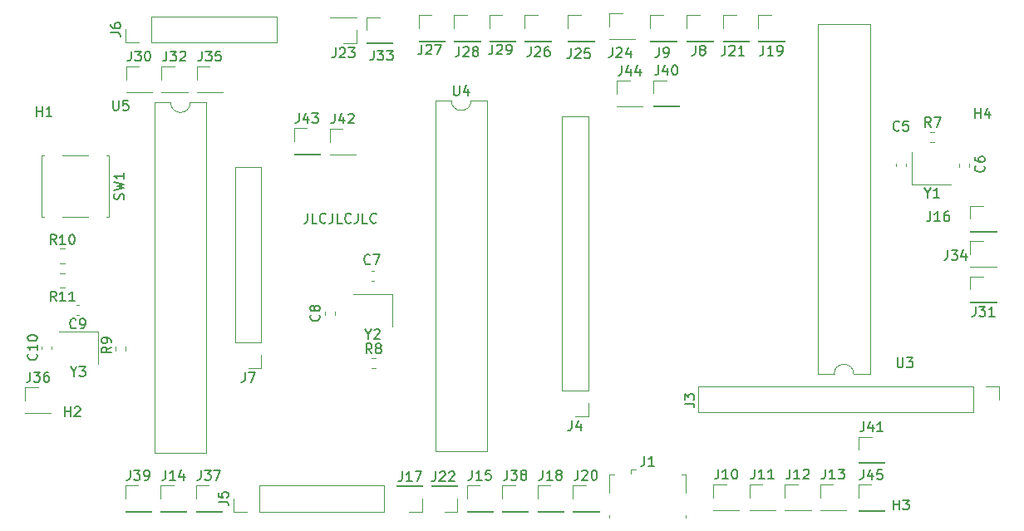
<source format=gbr>
%TF.GenerationSoftware,KiCad,Pcbnew,(6.0.2)*%
%TF.CreationDate,2022-03-17T15:01:17+00:00*%
%TF.ProjectId,PROJ324-Ard1,50524f4a-3332-4342-9d41-7264312e6b69,rev?*%
%TF.SameCoordinates,Original*%
%TF.FileFunction,Legend,Top*%
%TF.FilePolarity,Positive*%
%FSLAX46Y46*%
G04 Gerber Fmt 4.6, Leading zero omitted, Abs format (unit mm)*
G04 Created by KiCad (PCBNEW (6.0.2)) date 2022-03-17 15:01:17*
%MOMM*%
%LPD*%
G01*
G04 APERTURE LIST*
%ADD10C,0.150000*%
%ADD11C,0.120000*%
G04 APERTURE END LIST*
D10*
X177356666Y-54052380D02*
X177356666Y-54766666D01*
X177309047Y-54909523D01*
X177213809Y-55004761D01*
X177070952Y-55052380D01*
X176975714Y-55052380D01*
X178309047Y-55052380D02*
X177832857Y-55052380D01*
X177832857Y-54052380D01*
X179213809Y-54957142D02*
X179166190Y-55004761D01*
X179023333Y-55052380D01*
X178928095Y-55052380D01*
X178785238Y-55004761D01*
X178690000Y-54909523D01*
X178642380Y-54814285D01*
X178594761Y-54623809D01*
X178594761Y-54480952D01*
X178642380Y-54290476D01*
X178690000Y-54195238D01*
X178785238Y-54100000D01*
X178928095Y-54052380D01*
X179023333Y-54052380D01*
X179166190Y-54100000D01*
X179213809Y-54147619D01*
X179928095Y-54052380D02*
X179928095Y-54766666D01*
X179880476Y-54909523D01*
X179785238Y-55004761D01*
X179642380Y-55052380D01*
X179547142Y-55052380D01*
X180880476Y-55052380D02*
X180404285Y-55052380D01*
X180404285Y-54052380D01*
X181785238Y-54957142D02*
X181737619Y-55004761D01*
X181594761Y-55052380D01*
X181499523Y-55052380D01*
X181356666Y-55004761D01*
X181261428Y-54909523D01*
X181213809Y-54814285D01*
X181166190Y-54623809D01*
X181166190Y-54480952D01*
X181213809Y-54290476D01*
X181261428Y-54195238D01*
X181356666Y-54100000D01*
X181499523Y-54052380D01*
X181594761Y-54052380D01*
X181737619Y-54100000D01*
X181785238Y-54147619D01*
X182499523Y-54052380D02*
X182499523Y-54766666D01*
X182451904Y-54909523D01*
X182356666Y-55004761D01*
X182213809Y-55052380D01*
X182118571Y-55052380D01*
X183451904Y-55052380D02*
X182975714Y-55052380D01*
X182975714Y-54052380D01*
X184356666Y-54957142D02*
X184309047Y-55004761D01*
X184166190Y-55052380D01*
X184070952Y-55052380D01*
X183928095Y-55004761D01*
X183832857Y-54909523D01*
X183785238Y-54814285D01*
X183737619Y-54623809D01*
X183737619Y-54480952D01*
X183785238Y-54290476D01*
X183832857Y-54195238D01*
X183928095Y-54100000D01*
X184070952Y-54052380D01*
X184166190Y-54052380D01*
X184309047Y-54100000D01*
X184356666Y-54147619D01*
%TO.C,J33*%
X184090476Y-37452380D02*
X184090476Y-38166666D01*
X184042857Y-38309523D01*
X183947619Y-38404761D01*
X183804761Y-38452380D01*
X183709523Y-38452380D01*
X184471428Y-37452380D02*
X185090476Y-37452380D01*
X184757142Y-37833333D01*
X184900000Y-37833333D01*
X184995238Y-37880952D01*
X185042857Y-37928571D01*
X185090476Y-38023809D01*
X185090476Y-38261904D01*
X185042857Y-38357142D01*
X184995238Y-38404761D01*
X184900000Y-38452380D01*
X184614285Y-38452380D01*
X184519047Y-38404761D01*
X184471428Y-38357142D01*
X185423809Y-37452380D02*
X186042857Y-37452380D01*
X185709523Y-37833333D01*
X185852380Y-37833333D01*
X185947619Y-37880952D01*
X185995238Y-37928571D01*
X186042857Y-38023809D01*
X186042857Y-38261904D01*
X185995238Y-38357142D01*
X185947619Y-38404761D01*
X185852380Y-38452380D01*
X185566666Y-38452380D01*
X185471428Y-38404761D01*
X185423809Y-38357142D01*
%TO.C,J44*%
X209360476Y-38982380D02*
X209360476Y-39696666D01*
X209312857Y-39839523D01*
X209217619Y-39934761D01*
X209074761Y-39982380D01*
X208979523Y-39982380D01*
X210265238Y-39315714D02*
X210265238Y-39982380D01*
X210027142Y-38934761D02*
X209789047Y-39649047D01*
X210408095Y-39649047D01*
X211217619Y-39315714D02*
X211217619Y-39982380D01*
X210979523Y-38934761D02*
X210741428Y-39649047D01*
X211360476Y-39649047D01*
%TO.C,J21*%
X219890476Y-36952380D02*
X219890476Y-37666666D01*
X219842857Y-37809523D01*
X219747619Y-37904761D01*
X219604761Y-37952380D01*
X219509523Y-37952380D01*
X220319047Y-37047619D02*
X220366666Y-37000000D01*
X220461904Y-36952380D01*
X220700000Y-36952380D01*
X220795238Y-37000000D01*
X220842857Y-37047619D01*
X220890476Y-37142857D01*
X220890476Y-37238095D01*
X220842857Y-37380952D01*
X220271428Y-37952380D01*
X220890476Y-37952380D01*
X221842857Y-37952380D02*
X221271428Y-37952380D01*
X221557142Y-37952380D02*
X221557142Y-36952380D01*
X221461904Y-37095238D01*
X221366666Y-37190476D01*
X221271428Y-37238095D01*
%TO.C,R10*%
X151744642Y-57202380D02*
X151411309Y-56726190D01*
X151173214Y-57202380D02*
X151173214Y-56202380D01*
X151554166Y-56202380D01*
X151649404Y-56250000D01*
X151697023Y-56297619D01*
X151744642Y-56392857D01*
X151744642Y-56535714D01*
X151697023Y-56630952D01*
X151649404Y-56678571D01*
X151554166Y-56726190D01*
X151173214Y-56726190D01*
X152697023Y-57202380D02*
X152125595Y-57202380D01*
X152411309Y-57202380D02*
X152411309Y-56202380D01*
X152316071Y-56345238D01*
X152220833Y-56440476D01*
X152125595Y-56488095D01*
X153316071Y-56202380D02*
X153411309Y-56202380D01*
X153506547Y-56250000D01*
X153554166Y-56297619D01*
X153601785Y-56392857D01*
X153649404Y-56583333D01*
X153649404Y-56821428D01*
X153601785Y-57011904D01*
X153554166Y-57107142D01*
X153506547Y-57154761D01*
X153411309Y-57202380D01*
X153316071Y-57202380D01*
X153220833Y-57154761D01*
X153173214Y-57107142D01*
X153125595Y-57011904D01*
X153077976Y-56821428D01*
X153077976Y-56583333D01*
X153125595Y-56392857D01*
X153173214Y-56297619D01*
X153220833Y-56250000D01*
X153316071Y-56202380D01*
%TO.C,J27*%
X188990476Y-36852380D02*
X188990476Y-37566666D01*
X188942857Y-37709523D01*
X188847619Y-37804761D01*
X188704761Y-37852380D01*
X188609523Y-37852380D01*
X189419047Y-36947619D02*
X189466666Y-36900000D01*
X189561904Y-36852380D01*
X189800000Y-36852380D01*
X189895238Y-36900000D01*
X189942857Y-36947619D01*
X189990476Y-37042857D01*
X189990476Y-37138095D01*
X189942857Y-37280952D01*
X189371428Y-37852380D01*
X189990476Y-37852380D01*
X190323809Y-36852380D02*
X190990476Y-36852380D01*
X190561904Y-37852380D01*
%TO.C,J12*%
X226490476Y-80122380D02*
X226490476Y-80836666D01*
X226442857Y-80979523D01*
X226347619Y-81074761D01*
X226204761Y-81122380D01*
X226109523Y-81122380D01*
X227490476Y-81122380D02*
X226919047Y-81122380D01*
X227204761Y-81122380D02*
X227204761Y-80122380D01*
X227109523Y-80265238D01*
X227014285Y-80360476D01*
X226919047Y-80408095D01*
X227871428Y-80217619D02*
X227919047Y-80170000D01*
X228014285Y-80122380D01*
X228252380Y-80122380D01*
X228347619Y-80170000D01*
X228395238Y-80217619D01*
X228442857Y-80312857D01*
X228442857Y-80408095D01*
X228395238Y-80550952D01*
X227823809Y-81122380D01*
X228442857Y-81122380D01*
%TO.C,J20*%
X204890476Y-80222380D02*
X204890476Y-80936666D01*
X204842857Y-81079523D01*
X204747619Y-81174761D01*
X204604761Y-81222380D01*
X204509523Y-81222380D01*
X205319047Y-80317619D02*
X205366666Y-80270000D01*
X205461904Y-80222380D01*
X205700000Y-80222380D01*
X205795238Y-80270000D01*
X205842857Y-80317619D01*
X205890476Y-80412857D01*
X205890476Y-80508095D01*
X205842857Y-80650952D01*
X205271428Y-81222380D01*
X205890476Y-81222380D01*
X206509523Y-80222380D02*
X206604761Y-80222380D01*
X206700000Y-80270000D01*
X206747619Y-80317619D01*
X206795238Y-80412857D01*
X206842857Y-80603333D01*
X206842857Y-80841428D01*
X206795238Y-81031904D01*
X206747619Y-81127142D01*
X206700000Y-81174761D01*
X206604761Y-81222380D01*
X206509523Y-81222380D01*
X206414285Y-81174761D01*
X206366666Y-81127142D01*
X206319047Y-81031904D01*
X206271428Y-80841428D01*
X206271428Y-80603333D01*
X206319047Y-80412857D01*
X206366666Y-80317619D01*
X206414285Y-80270000D01*
X206509523Y-80222380D01*
%TO.C,J1*%
X211676666Y-78769880D02*
X211676666Y-79484166D01*
X211629047Y-79627023D01*
X211533809Y-79722261D01*
X211390952Y-79769880D01*
X211295714Y-79769880D01*
X212676666Y-79769880D02*
X212105238Y-79769880D01*
X212390952Y-79769880D02*
X212390952Y-78769880D01*
X212295714Y-78912738D01*
X212200476Y-79007976D01*
X212105238Y-79055595D01*
%TO.C,J45*%
X233970476Y-80162380D02*
X233970476Y-80876666D01*
X233922857Y-81019523D01*
X233827619Y-81114761D01*
X233684761Y-81162380D01*
X233589523Y-81162380D01*
X234875238Y-80495714D02*
X234875238Y-81162380D01*
X234637142Y-80114761D02*
X234399047Y-80829047D01*
X235018095Y-80829047D01*
X235875238Y-80162380D02*
X235399047Y-80162380D01*
X235351428Y-80638571D01*
X235399047Y-80590952D01*
X235494285Y-80543333D01*
X235732380Y-80543333D01*
X235827619Y-80590952D01*
X235875238Y-80638571D01*
X235922857Y-80733809D01*
X235922857Y-80971904D01*
X235875238Y-81067142D01*
X235827619Y-81114761D01*
X235732380Y-81162380D01*
X235494285Y-81162380D01*
X235399047Y-81114761D01*
X235351428Y-81067142D01*
%TO.C,J38*%
X197690476Y-80222380D02*
X197690476Y-80936666D01*
X197642857Y-81079523D01*
X197547619Y-81174761D01*
X197404761Y-81222380D01*
X197309523Y-81222380D01*
X198071428Y-80222380D02*
X198690476Y-80222380D01*
X198357142Y-80603333D01*
X198500000Y-80603333D01*
X198595238Y-80650952D01*
X198642857Y-80698571D01*
X198690476Y-80793809D01*
X198690476Y-81031904D01*
X198642857Y-81127142D01*
X198595238Y-81174761D01*
X198500000Y-81222380D01*
X198214285Y-81222380D01*
X198119047Y-81174761D01*
X198071428Y-81127142D01*
X199261904Y-80650952D02*
X199166666Y-80603333D01*
X199119047Y-80555714D01*
X199071428Y-80460476D01*
X199071428Y-80412857D01*
X199119047Y-80317619D01*
X199166666Y-80270000D01*
X199261904Y-80222380D01*
X199452380Y-80222380D01*
X199547619Y-80270000D01*
X199595238Y-80317619D01*
X199642857Y-80412857D01*
X199642857Y-80460476D01*
X199595238Y-80555714D01*
X199547619Y-80603333D01*
X199452380Y-80650952D01*
X199261904Y-80650952D01*
X199166666Y-80698571D01*
X199119047Y-80746190D01*
X199071428Y-80841428D01*
X199071428Y-81031904D01*
X199119047Y-81127142D01*
X199166666Y-81174761D01*
X199261904Y-81222380D01*
X199452380Y-81222380D01*
X199547619Y-81174761D01*
X199595238Y-81127142D01*
X199642857Y-81031904D01*
X199642857Y-80841428D01*
X199595238Y-80746190D01*
X199547619Y-80698571D01*
X199452380Y-80650952D01*
%TO.C,Y2*%
X183523809Y-66376190D02*
X183523809Y-66852380D01*
X183190476Y-65852380D02*
X183523809Y-66376190D01*
X183857142Y-65852380D01*
X184142857Y-65947619D02*
X184190476Y-65900000D01*
X184285714Y-65852380D01*
X184523809Y-65852380D01*
X184619047Y-65900000D01*
X184666666Y-65947619D01*
X184714285Y-66042857D01*
X184714285Y-66138095D01*
X184666666Y-66280952D01*
X184095238Y-66852380D01*
X184714285Y-66852380D01*
%TO.C,J40*%
X213090476Y-38952380D02*
X213090476Y-39666666D01*
X213042857Y-39809523D01*
X212947619Y-39904761D01*
X212804761Y-39952380D01*
X212709523Y-39952380D01*
X213995238Y-39285714D02*
X213995238Y-39952380D01*
X213757142Y-38904761D02*
X213519047Y-39619047D01*
X214138095Y-39619047D01*
X214709523Y-38952380D02*
X214804761Y-38952380D01*
X214900000Y-39000000D01*
X214947619Y-39047619D01*
X214995238Y-39142857D01*
X215042857Y-39333333D01*
X215042857Y-39571428D01*
X214995238Y-39761904D01*
X214947619Y-39857142D01*
X214900000Y-39904761D01*
X214804761Y-39952380D01*
X214709523Y-39952380D01*
X214614285Y-39904761D01*
X214566666Y-39857142D01*
X214519047Y-39761904D01*
X214471428Y-39571428D01*
X214471428Y-39333333D01*
X214519047Y-39142857D01*
X214566666Y-39047619D01*
X214614285Y-39000000D01*
X214709523Y-38952380D01*
%TO.C,J18*%
X201290476Y-80222380D02*
X201290476Y-80936666D01*
X201242857Y-81079523D01*
X201147619Y-81174761D01*
X201004761Y-81222380D01*
X200909523Y-81222380D01*
X202290476Y-81222380D02*
X201719047Y-81222380D01*
X202004761Y-81222380D02*
X202004761Y-80222380D01*
X201909523Y-80365238D01*
X201814285Y-80460476D01*
X201719047Y-80508095D01*
X202861904Y-80650952D02*
X202766666Y-80603333D01*
X202719047Y-80555714D01*
X202671428Y-80460476D01*
X202671428Y-80412857D01*
X202719047Y-80317619D01*
X202766666Y-80270000D01*
X202861904Y-80222380D01*
X203052380Y-80222380D01*
X203147619Y-80270000D01*
X203195238Y-80317619D01*
X203242857Y-80412857D01*
X203242857Y-80460476D01*
X203195238Y-80555714D01*
X203147619Y-80603333D01*
X203052380Y-80650952D01*
X202861904Y-80650952D01*
X202766666Y-80698571D01*
X202719047Y-80746190D01*
X202671428Y-80841428D01*
X202671428Y-81031904D01*
X202719047Y-81127142D01*
X202766666Y-81174761D01*
X202861904Y-81222380D01*
X203052380Y-81222380D01*
X203147619Y-81174761D01*
X203195238Y-81127142D01*
X203242857Y-81031904D01*
X203242857Y-80841428D01*
X203195238Y-80746190D01*
X203147619Y-80698571D01*
X203052380Y-80650952D01*
%TO.C,J24*%
X208390476Y-37152380D02*
X208390476Y-37866666D01*
X208342857Y-38009523D01*
X208247619Y-38104761D01*
X208104761Y-38152380D01*
X208009523Y-38152380D01*
X208819047Y-37247619D02*
X208866666Y-37200000D01*
X208961904Y-37152380D01*
X209200000Y-37152380D01*
X209295238Y-37200000D01*
X209342857Y-37247619D01*
X209390476Y-37342857D01*
X209390476Y-37438095D01*
X209342857Y-37580952D01*
X208771428Y-38152380D01*
X209390476Y-38152380D01*
X210247619Y-37485714D02*
X210247619Y-38152380D01*
X210009523Y-37104761D02*
X209771428Y-37819047D01*
X210390476Y-37819047D01*
%TO.C,J32*%
X162990476Y-37522380D02*
X162990476Y-38236666D01*
X162942857Y-38379523D01*
X162847619Y-38474761D01*
X162704761Y-38522380D01*
X162609523Y-38522380D01*
X163371428Y-37522380D02*
X163990476Y-37522380D01*
X163657142Y-37903333D01*
X163800000Y-37903333D01*
X163895238Y-37950952D01*
X163942857Y-37998571D01*
X163990476Y-38093809D01*
X163990476Y-38331904D01*
X163942857Y-38427142D01*
X163895238Y-38474761D01*
X163800000Y-38522380D01*
X163514285Y-38522380D01*
X163419047Y-38474761D01*
X163371428Y-38427142D01*
X164371428Y-37617619D02*
X164419047Y-37570000D01*
X164514285Y-37522380D01*
X164752380Y-37522380D01*
X164847619Y-37570000D01*
X164895238Y-37617619D01*
X164942857Y-37712857D01*
X164942857Y-37808095D01*
X164895238Y-37950952D01*
X164323809Y-38522380D01*
X164942857Y-38522380D01*
%TO.C,J22*%
X190390476Y-80352380D02*
X190390476Y-81066666D01*
X190342857Y-81209523D01*
X190247619Y-81304761D01*
X190104761Y-81352380D01*
X190009523Y-81352380D01*
X190819047Y-80447619D02*
X190866666Y-80400000D01*
X190961904Y-80352380D01*
X191200000Y-80352380D01*
X191295238Y-80400000D01*
X191342857Y-80447619D01*
X191390476Y-80542857D01*
X191390476Y-80638095D01*
X191342857Y-80780952D01*
X190771428Y-81352380D01*
X191390476Y-81352380D01*
X191771428Y-80447619D02*
X191819047Y-80400000D01*
X191914285Y-80352380D01*
X192152380Y-80352380D01*
X192247619Y-80400000D01*
X192295238Y-80447619D01*
X192342857Y-80542857D01*
X192342857Y-80638095D01*
X192295238Y-80780952D01*
X191723809Y-81352380D01*
X192342857Y-81352380D01*
%TO.C,J9*%
X213166666Y-37152380D02*
X213166666Y-37866666D01*
X213119047Y-38009523D01*
X213023809Y-38104761D01*
X212880952Y-38152380D01*
X212785714Y-38152380D01*
X213690476Y-38152380D02*
X213880952Y-38152380D01*
X213976190Y-38104761D01*
X214023809Y-38057142D01*
X214119047Y-37914285D01*
X214166666Y-37723809D01*
X214166666Y-37342857D01*
X214119047Y-37247619D01*
X214071428Y-37200000D01*
X213976190Y-37152380D01*
X213785714Y-37152380D01*
X213690476Y-37200000D01*
X213642857Y-37247619D01*
X213595238Y-37342857D01*
X213595238Y-37580952D01*
X213642857Y-37676190D01*
X213690476Y-37723809D01*
X213785714Y-37771428D01*
X213976190Y-37771428D01*
X214071428Y-37723809D01*
X214119047Y-37676190D01*
X214166666Y-37580952D01*
%TO.C,J26*%
X200090476Y-37052380D02*
X200090476Y-37766666D01*
X200042857Y-37909523D01*
X199947619Y-38004761D01*
X199804761Y-38052380D01*
X199709523Y-38052380D01*
X200519047Y-37147619D02*
X200566666Y-37100000D01*
X200661904Y-37052380D01*
X200900000Y-37052380D01*
X200995238Y-37100000D01*
X201042857Y-37147619D01*
X201090476Y-37242857D01*
X201090476Y-37338095D01*
X201042857Y-37480952D01*
X200471428Y-38052380D01*
X201090476Y-38052380D01*
X201947619Y-37052380D02*
X201757142Y-37052380D01*
X201661904Y-37100000D01*
X201614285Y-37147619D01*
X201519047Y-37290476D01*
X201471428Y-37480952D01*
X201471428Y-37861904D01*
X201519047Y-37957142D01*
X201566666Y-38004761D01*
X201661904Y-38052380D01*
X201852380Y-38052380D01*
X201947619Y-38004761D01*
X201995238Y-37957142D01*
X202042857Y-37861904D01*
X202042857Y-37623809D01*
X201995238Y-37528571D01*
X201947619Y-37480952D01*
X201852380Y-37433333D01*
X201661904Y-37433333D01*
X201566666Y-37480952D01*
X201519047Y-37528571D01*
X201471428Y-37623809D01*
%TO.C,J30*%
X159390476Y-37522380D02*
X159390476Y-38236666D01*
X159342857Y-38379523D01*
X159247619Y-38474761D01*
X159104761Y-38522380D01*
X159009523Y-38522380D01*
X159771428Y-37522380D02*
X160390476Y-37522380D01*
X160057142Y-37903333D01*
X160200000Y-37903333D01*
X160295238Y-37950952D01*
X160342857Y-37998571D01*
X160390476Y-38093809D01*
X160390476Y-38331904D01*
X160342857Y-38427142D01*
X160295238Y-38474761D01*
X160200000Y-38522380D01*
X159914285Y-38522380D01*
X159819047Y-38474761D01*
X159771428Y-38427142D01*
X161009523Y-37522380D02*
X161104761Y-37522380D01*
X161200000Y-37570000D01*
X161247619Y-37617619D01*
X161295238Y-37712857D01*
X161342857Y-37903333D01*
X161342857Y-38141428D01*
X161295238Y-38331904D01*
X161247619Y-38427142D01*
X161200000Y-38474761D01*
X161104761Y-38522380D01*
X161009523Y-38522380D01*
X160914285Y-38474761D01*
X160866666Y-38427142D01*
X160819047Y-38331904D01*
X160771428Y-38141428D01*
X160771428Y-37903333D01*
X160819047Y-37712857D01*
X160866666Y-37617619D01*
X160914285Y-37570000D01*
X161009523Y-37522380D01*
%TO.C,J4*%
X204266666Y-75182380D02*
X204266666Y-75896666D01*
X204219047Y-76039523D01*
X204123809Y-76134761D01*
X203980952Y-76182380D01*
X203885714Y-76182380D01*
X205171428Y-75515714D02*
X205171428Y-76182380D01*
X204933333Y-75134761D02*
X204695238Y-75849047D01*
X205314285Y-75849047D01*
%TO.C,C6*%
X246237142Y-49206666D02*
X246284761Y-49254285D01*
X246332380Y-49397142D01*
X246332380Y-49492380D01*
X246284761Y-49635238D01*
X246189523Y-49730476D01*
X246094285Y-49778095D01*
X245903809Y-49825714D01*
X245760952Y-49825714D01*
X245570476Y-49778095D01*
X245475238Y-49730476D01*
X245380000Y-49635238D01*
X245332380Y-49492380D01*
X245332380Y-49397142D01*
X245380000Y-49254285D01*
X245427619Y-49206666D01*
X245332380Y-48349523D02*
X245332380Y-48540000D01*
X245380000Y-48635238D01*
X245427619Y-48682857D01*
X245570476Y-48778095D01*
X245760952Y-48825714D01*
X246141904Y-48825714D01*
X246237142Y-48778095D01*
X246284761Y-48730476D01*
X246332380Y-48635238D01*
X246332380Y-48444761D01*
X246284761Y-48349523D01*
X246237142Y-48301904D01*
X246141904Y-48254285D01*
X245903809Y-48254285D01*
X245808571Y-48301904D01*
X245760952Y-48349523D01*
X245713333Y-48444761D01*
X245713333Y-48635238D01*
X245760952Y-48730476D01*
X245808571Y-48778095D01*
X245903809Y-48825714D01*
%TO.C,J16*%
X240790476Y-53852380D02*
X240790476Y-54566666D01*
X240742857Y-54709523D01*
X240647619Y-54804761D01*
X240504761Y-54852380D01*
X240409523Y-54852380D01*
X241790476Y-54852380D02*
X241219047Y-54852380D01*
X241504761Y-54852380D02*
X241504761Y-53852380D01*
X241409523Y-53995238D01*
X241314285Y-54090476D01*
X241219047Y-54138095D01*
X242647619Y-53852380D02*
X242457142Y-53852380D01*
X242361904Y-53900000D01*
X242314285Y-53947619D01*
X242219047Y-54090476D01*
X242171428Y-54280952D01*
X242171428Y-54661904D01*
X242219047Y-54757142D01*
X242266666Y-54804761D01*
X242361904Y-54852380D01*
X242552380Y-54852380D01*
X242647619Y-54804761D01*
X242695238Y-54757142D01*
X242742857Y-54661904D01*
X242742857Y-54423809D01*
X242695238Y-54328571D01*
X242647619Y-54280952D01*
X242552380Y-54233333D01*
X242361904Y-54233333D01*
X242266666Y-54280952D01*
X242219047Y-54328571D01*
X242171428Y-54423809D01*
%TO.C,SW1*%
X158604761Y-52633333D02*
X158652380Y-52490476D01*
X158652380Y-52252380D01*
X158604761Y-52157142D01*
X158557142Y-52109523D01*
X158461904Y-52061904D01*
X158366666Y-52061904D01*
X158271428Y-52109523D01*
X158223809Y-52157142D01*
X158176190Y-52252380D01*
X158128571Y-52442857D01*
X158080952Y-52538095D01*
X158033333Y-52585714D01*
X157938095Y-52633333D01*
X157842857Y-52633333D01*
X157747619Y-52585714D01*
X157700000Y-52538095D01*
X157652380Y-52442857D01*
X157652380Y-52204761D01*
X157700000Y-52061904D01*
X157652380Y-51728571D02*
X158652380Y-51490476D01*
X157938095Y-51300000D01*
X158652380Y-51109523D01*
X157652380Y-50871428D01*
X158652380Y-49966666D02*
X158652380Y-50538095D01*
X158652380Y-50252380D02*
X157652380Y-50252380D01*
X157795238Y-50347619D01*
X157890476Y-50442857D01*
X157938095Y-50538095D01*
%TO.C,J42*%
X180130476Y-43882380D02*
X180130476Y-44596666D01*
X180082857Y-44739523D01*
X179987619Y-44834761D01*
X179844761Y-44882380D01*
X179749523Y-44882380D01*
X181035238Y-44215714D02*
X181035238Y-44882380D01*
X180797142Y-43834761D02*
X180559047Y-44549047D01*
X181178095Y-44549047D01*
X181511428Y-43977619D02*
X181559047Y-43930000D01*
X181654285Y-43882380D01*
X181892380Y-43882380D01*
X181987619Y-43930000D01*
X182035238Y-43977619D01*
X182082857Y-44072857D01*
X182082857Y-44168095D01*
X182035238Y-44310952D01*
X181463809Y-44882380D01*
X182082857Y-44882380D01*
%TO.C,J41*%
X234010476Y-75282380D02*
X234010476Y-75996666D01*
X233962857Y-76139523D01*
X233867619Y-76234761D01*
X233724761Y-76282380D01*
X233629523Y-76282380D01*
X234915238Y-75615714D02*
X234915238Y-76282380D01*
X234677142Y-75234761D02*
X234439047Y-75949047D01*
X235058095Y-75949047D01*
X235962857Y-76282380D02*
X235391428Y-76282380D01*
X235677142Y-76282380D02*
X235677142Y-75282380D01*
X235581904Y-75425238D01*
X235486666Y-75520476D01*
X235391428Y-75568095D01*
%TO.C,H3*%
X237038095Y-84252380D02*
X237038095Y-83252380D01*
X237038095Y-83728571D02*
X237609523Y-83728571D01*
X237609523Y-84252380D02*
X237609523Y-83252380D01*
X237990476Y-83252380D02*
X238609523Y-83252380D01*
X238276190Y-83633333D01*
X238419047Y-83633333D01*
X238514285Y-83680952D01*
X238561904Y-83728571D01*
X238609523Y-83823809D01*
X238609523Y-84061904D01*
X238561904Y-84157142D01*
X238514285Y-84204761D01*
X238419047Y-84252380D01*
X238133333Y-84252380D01*
X238038095Y-84204761D01*
X237990476Y-84157142D01*
%TO.C,H2*%
X152638095Y-74752380D02*
X152638095Y-73752380D01*
X152638095Y-74228571D02*
X153209523Y-74228571D01*
X153209523Y-74752380D02*
X153209523Y-73752380D01*
X153638095Y-73847619D02*
X153685714Y-73800000D01*
X153780952Y-73752380D01*
X154019047Y-73752380D01*
X154114285Y-73800000D01*
X154161904Y-73847619D01*
X154209523Y-73942857D01*
X154209523Y-74038095D01*
X154161904Y-74180952D01*
X153590476Y-74752380D01*
X154209523Y-74752380D01*
%TO.C,Y1*%
X240523809Y-51976190D02*
X240523809Y-52452380D01*
X240190476Y-51452380D02*
X240523809Y-51976190D01*
X240857142Y-51452380D01*
X241714285Y-52452380D02*
X241142857Y-52452380D01*
X241428571Y-52452380D02*
X241428571Y-51452380D01*
X241333333Y-51595238D01*
X241238095Y-51690476D01*
X241142857Y-51738095D01*
%TO.C,C5*%
X237633333Y-45557142D02*
X237585714Y-45604761D01*
X237442857Y-45652380D01*
X237347619Y-45652380D01*
X237204761Y-45604761D01*
X237109523Y-45509523D01*
X237061904Y-45414285D01*
X237014285Y-45223809D01*
X237014285Y-45080952D01*
X237061904Y-44890476D01*
X237109523Y-44795238D01*
X237204761Y-44700000D01*
X237347619Y-44652380D01*
X237442857Y-44652380D01*
X237585714Y-44700000D01*
X237633333Y-44747619D01*
X238538095Y-44652380D02*
X238061904Y-44652380D01*
X238014285Y-45128571D01*
X238061904Y-45080952D01*
X238157142Y-45033333D01*
X238395238Y-45033333D01*
X238490476Y-45080952D01*
X238538095Y-45128571D01*
X238585714Y-45223809D01*
X238585714Y-45461904D01*
X238538095Y-45557142D01*
X238490476Y-45604761D01*
X238395238Y-45652380D01*
X238157142Y-45652380D01*
X238061904Y-45604761D01*
X238014285Y-45557142D01*
%TO.C,C9*%
X153758333Y-65687142D02*
X153710714Y-65734761D01*
X153567857Y-65782380D01*
X153472619Y-65782380D01*
X153329761Y-65734761D01*
X153234523Y-65639523D01*
X153186904Y-65544285D01*
X153139285Y-65353809D01*
X153139285Y-65210952D01*
X153186904Y-65020476D01*
X153234523Y-64925238D01*
X153329761Y-64830000D01*
X153472619Y-64782380D01*
X153567857Y-64782380D01*
X153710714Y-64830000D01*
X153758333Y-64877619D01*
X154234523Y-65782380D02*
X154425000Y-65782380D01*
X154520238Y-65734761D01*
X154567857Y-65687142D01*
X154663095Y-65544285D01*
X154710714Y-65353809D01*
X154710714Y-64972857D01*
X154663095Y-64877619D01*
X154615476Y-64830000D01*
X154520238Y-64782380D01*
X154329761Y-64782380D01*
X154234523Y-64830000D01*
X154186904Y-64877619D01*
X154139285Y-64972857D01*
X154139285Y-65210952D01*
X154186904Y-65306190D01*
X154234523Y-65353809D01*
X154329761Y-65401428D01*
X154520238Y-65401428D01*
X154615476Y-65353809D01*
X154663095Y-65306190D01*
X154710714Y-65210952D01*
%TO.C,J17*%
X186990476Y-80352380D02*
X186990476Y-81066666D01*
X186942857Y-81209523D01*
X186847619Y-81304761D01*
X186704761Y-81352380D01*
X186609523Y-81352380D01*
X187990476Y-81352380D02*
X187419047Y-81352380D01*
X187704761Y-81352380D02*
X187704761Y-80352380D01*
X187609523Y-80495238D01*
X187514285Y-80590476D01*
X187419047Y-80638095D01*
X188323809Y-80352380D02*
X188990476Y-80352380D01*
X188561904Y-81352380D01*
%TO.C,J6*%
X157302380Y-35633333D02*
X158016666Y-35633333D01*
X158159523Y-35680952D01*
X158254761Y-35776190D01*
X158302380Y-35919047D01*
X158302380Y-36014285D01*
X157302380Y-34728571D02*
X157302380Y-34919047D01*
X157350000Y-35014285D01*
X157397619Y-35061904D01*
X157540476Y-35157142D01*
X157730952Y-35204761D01*
X158111904Y-35204761D01*
X158207142Y-35157142D01*
X158254761Y-35109523D01*
X158302380Y-35014285D01*
X158302380Y-34823809D01*
X158254761Y-34728571D01*
X158207142Y-34680952D01*
X158111904Y-34633333D01*
X157873809Y-34633333D01*
X157778571Y-34680952D01*
X157730952Y-34728571D01*
X157683333Y-34823809D01*
X157683333Y-35014285D01*
X157730952Y-35109523D01*
X157778571Y-35157142D01*
X157873809Y-35204761D01*
%TO.C,J14*%
X162890476Y-80222380D02*
X162890476Y-80936666D01*
X162842857Y-81079523D01*
X162747619Y-81174761D01*
X162604761Y-81222380D01*
X162509523Y-81222380D01*
X163890476Y-81222380D02*
X163319047Y-81222380D01*
X163604761Y-81222380D02*
X163604761Y-80222380D01*
X163509523Y-80365238D01*
X163414285Y-80460476D01*
X163319047Y-80508095D01*
X164747619Y-80555714D02*
X164747619Y-81222380D01*
X164509523Y-80174761D02*
X164271428Y-80889047D01*
X164890476Y-80889047D01*
%TO.C,U5*%
X157538095Y-42552380D02*
X157538095Y-43361904D01*
X157585714Y-43457142D01*
X157633333Y-43504761D01*
X157728571Y-43552380D01*
X157919047Y-43552380D01*
X158014285Y-43504761D01*
X158061904Y-43457142D01*
X158109523Y-43361904D01*
X158109523Y-42552380D01*
X159061904Y-42552380D02*
X158585714Y-42552380D01*
X158538095Y-43028571D01*
X158585714Y-42980952D01*
X158680952Y-42933333D01*
X158919047Y-42933333D01*
X159014285Y-42980952D01*
X159061904Y-43028571D01*
X159109523Y-43123809D01*
X159109523Y-43361904D01*
X159061904Y-43457142D01*
X159014285Y-43504761D01*
X158919047Y-43552380D01*
X158680952Y-43552380D01*
X158585714Y-43504761D01*
X158538095Y-43457142D01*
%TO.C,R11*%
X151744642Y-63002380D02*
X151411309Y-62526190D01*
X151173214Y-63002380D02*
X151173214Y-62002380D01*
X151554166Y-62002380D01*
X151649404Y-62050000D01*
X151697023Y-62097619D01*
X151744642Y-62192857D01*
X151744642Y-62335714D01*
X151697023Y-62430952D01*
X151649404Y-62478571D01*
X151554166Y-62526190D01*
X151173214Y-62526190D01*
X152697023Y-63002380D02*
X152125595Y-63002380D01*
X152411309Y-63002380D02*
X152411309Y-62002380D01*
X152316071Y-62145238D01*
X152220833Y-62240476D01*
X152125595Y-62288095D01*
X153649404Y-63002380D02*
X153077976Y-63002380D01*
X153363690Y-63002380D02*
X153363690Y-62002380D01*
X153268452Y-62145238D01*
X153173214Y-62240476D01*
X153077976Y-62288095D01*
%TO.C,H4*%
X245338095Y-44352380D02*
X245338095Y-43352380D01*
X245338095Y-43828571D02*
X245909523Y-43828571D01*
X245909523Y-44352380D02*
X245909523Y-43352380D01*
X246814285Y-43685714D02*
X246814285Y-44352380D01*
X246576190Y-43304761D02*
X246338095Y-44019047D01*
X246957142Y-44019047D01*
%TO.C,C8*%
X178527142Y-64391666D02*
X178574761Y-64439285D01*
X178622380Y-64582142D01*
X178622380Y-64677380D01*
X178574761Y-64820238D01*
X178479523Y-64915476D01*
X178384285Y-64963095D01*
X178193809Y-65010714D01*
X178050952Y-65010714D01*
X177860476Y-64963095D01*
X177765238Y-64915476D01*
X177670000Y-64820238D01*
X177622380Y-64677380D01*
X177622380Y-64582142D01*
X177670000Y-64439285D01*
X177717619Y-64391666D01*
X178050952Y-63820238D02*
X178003333Y-63915476D01*
X177955714Y-63963095D01*
X177860476Y-64010714D01*
X177812857Y-64010714D01*
X177717619Y-63963095D01*
X177670000Y-63915476D01*
X177622380Y-63820238D01*
X177622380Y-63629761D01*
X177670000Y-63534523D01*
X177717619Y-63486904D01*
X177812857Y-63439285D01*
X177860476Y-63439285D01*
X177955714Y-63486904D01*
X178003333Y-63534523D01*
X178050952Y-63629761D01*
X178050952Y-63820238D01*
X178098571Y-63915476D01*
X178146190Y-63963095D01*
X178241428Y-64010714D01*
X178431904Y-64010714D01*
X178527142Y-63963095D01*
X178574761Y-63915476D01*
X178622380Y-63820238D01*
X178622380Y-63629761D01*
X178574761Y-63534523D01*
X178527142Y-63486904D01*
X178431904Y-63439285D01*
X178241428Y-63439285D01*
X178146190Y-63486904D01*
X178098571Y-63534523D01*
X178050952Y-63629761D01*
%TO.C,J35*%
X166590476Y-37522380D02*
X166590476Y-38236666D01*
X166542857Y-38379523D01*
X166447619Y-38474761D01*
X166304761Y-38522380D01*
X166209523Y-38522380D01*
X166971428Y-37522380D02*
X167590476Y-37522380D01*
X167257142Y-37903333D01*
X167400000Y-37903333D01*
X167495238Y-37950952D01*
X167542857Y-37998571D01*
X167590476Y-38093809D01*
X167590476Y-38331904D01*
X167542857Y-38427142D01*
X167495238Y-38474761D01*
X167400000Y-38522380D01*
X167114285Y-38522380D01*
X167019047Y-38474761D01*
X166971428Y-38427142D01*
X168495238Y-37522380D02*
X168019047Y-37522380D01*
X167971428Y-37998571D01*
X168019047Y-37950952D01*
X168114285Y-37903333D01*
X168352380Y-37903333D01*
X168447619Y-37950952D01*
X168495238Y-37998571D01*
X168542857Y-38093809D01*
X168542857Y-38331904D01*
X168495238Y-38427142D01*
X168447619Y-38474761D01*
X168352380Y-38522380D01*
X168114285Y-38522380D01*
X168019047Y-38474761D01*
X167971428Y-38427142D01*
%TO.C,R7*%
X240833333Y-45252380D02*
X240500000Y-44776190D01*
X240261904Y-45252380D02*
X240261904Y-44252380D01*
X240642857Y-44252380D01*
X240738095Y-44300000D01*
X240785714Y-44347619D01*
X240833333Y-44442857D01*
X240833333Y-44585714D01*
X240785714Y-44680952D01*
X240738095Y-44728571D01*
X240642857Y-44776190D01*
X240261904Y-44776190D01*
X241166666Y-44252380D02*
X241833333Y-44252380D01*
X241404761Y-45252380D01*
%TO.C,J37*%
X166490476Y-80222380D02*
X166490476Y-80936666D01*
X166442857Y-81079523D01*
X166347619Y-81174761D01*
X166204761Y-81222380D01*
X166109523Y-81222380D01*
X166871428Y-80222380D02*
X167490476Y-80222380D01*
X167157142Y-80603333D01*
X167300000Y-80603333D01*
X167395238Y-80650952D01*
X167442857Y-80698571D01*
X167490476Y-80793809D01*
X167490476Y-81031904D01*
X167442857Y-81127142D01*
X167395238Y-81174761D01*
X167300000Y-81222380D01*
X167014285Y-81222380D01*
X166919047Y-81174761D01*
X166871428Y-81127142D01*
X167823809Y-80222380D02*
X168490476Y-80222380D01*
X168061904Y-81222380D01*
%TO.C,C7*%
X183733333Y-59157142D02*
X183685714Y-59204761D01*
X183542857Y-59252380D01*
X183447619Y-59252380D01*
X183304761Y-59204761D01*
X183209523Y-59109523D01*
X183161904Y-59014285D01*
X183114285Y-58823809D01*
X183114285Y-58680952D01*
X183161904Y-58490476D01*
X183209523Y-58395238D01*
X183304761Y-58300000D01*
X183447619Y-58252380D01*
X183542857Y-58252380D01*
X183685714Y-58300000D01*
X183733333Y-58347619D01*
X184066666Y-58252380D02*
X184733333Y-58252380D01*
X184304761Y-59252380D01*
%TO.C,J23*%
X180190476Y-37182380D02*
X180190476Y-37896666D01*
X180142857Y-38039523D01*
X180047619Y-38134761D01*
X179904761Y-38182380D01*
X179809523Y-38182380D01*
X180619047Y-37277619D02*
X180666666Y-37230000D01*
X180761904Y-37182380D01*
X181000000Y-37182380D01*
X181095238Y-37230000D01*
X181142857Y-37277619D01*
X181190476Y-37372857D01*
X181190476Y-37468095D01*
X181142857Y-37610952D01*
X180571428Y-38182380D01*
X181190476Y-38182380D01*
X181523809Y-37182380D02*
X182142857Y-37182380D01*
X181809523Y-37563333D01*
X181952380Y-37563333D01*
X182047619Y-37610952D01*
X182095238Y-37658571D01*
X182142857Y-37753809D01*
X182142857Y-37991904D01*
X182095238Y-38087142D01*
X182047619Y-38134761D01*
X181952380Y-38182380D01*
X181666666Y-38182380D01*
X181571428Y-38134761D01*
X181523809Y-38087142D01*
%TO.C,J7*%
X170966666Y-70257380D02*
X170966666Y-70971666D01*
X170919047Y-71114523D01*
X170823809Y-71209761D01*
X170680952Y-71257380D01*
X170585714Y-71257380D01*
X171347619Y-70257380D02*
X172014285Y-70257380D01*
X171585714Y-71257380D01*
%TO.C,J10*%
X219190476Y-80122380D02*
X219190476Y-80836666D01*
X219142857Y-80979523D01*
X219047619Y-81074761D01*
X218904761Y-81122380D01*
X218809523Y-81122380D01*
X220190476Y-81122380D02*
X219619047Y-81122380D01*
X219904761Y-81122380D02*
X219904761Y-80122380D01*
X219809523Y-80265238D01*
X219714285Y-80360476D01*
X219619047Y-80408095D01*
X220809523Y-80122380D02*
X220904761Y-80122380D01*
X221000000Y-80170000D01*
X221047619Y-80217619D01*
X221095238Y-80312857D01*
X221142857Y-80503333D01*
X221142857Y-80741428D01*
X221095238Y-80931904D01*
X221047619Y-81027142D01*
X221000000Y-81074761D01*
X220904761Y-81122380D01*
X220809523Y-81122380D01*
X220714285Y-81074761D01*
X220666666Y-81027142D01*
X220619047Y-80931904D01*
X220571428Y-80741428D01*
X220571428Y-80503333D01*
X220619047Y-80312857D01*
X220666666Y-80217619D01*
X220714285Y-80170000D01*
X220809523Y-80122380D01*
%TO.C,J29*%
X196190476Y-36852380D02*
X196190476Y-37566666D01*
X196142857Y-37709523D01*
X196047619Y-37804761D01*
X195904761Y-37852380D01*
X195809523Y-37852380D01*
X196619047Y-36947619D02*
X196666666Y-36900000D01*
X196761904Y-36852380D01*
X197000000Y-36852380D01*
X197095238Y-36900000D01*
X197142857Y-36947619D01*
X197190476Y-37042857D01*
X197190476Y-37138095D01*
X197142857Y-37280952D01*
X196571428Y-37852380D01*
X197190476Y-37852380D01*
X197666666Y-37852380D02*
X197857142Y-37852380D01*
X197952380Y-37804761D01*
X198000000Y-37757142D01*
X198095238Y-37614285D01*
X198142857Y-37423809D01*
X198142857Y-37042857D01*
X198095238Y-36947619D01*
X198047619Y-36900000D01*
X197952380Y-36852380D01*
X197761904Y-36852380D01*
X197666666Y-36900000D01*
X197619047Y-36947619D01*
X197571428Y-37042857D01*
X197571428Y-37280952D01*
X197619047Y-37376190D01*
X197666666Y-37423809D01*
X197761904Y-37471428D01*
X197952380Y-37471428D01*
X198047619Y-37423809D01*
X198095238Y-37376190D01*
X198142857Y-37280952D01*
%TO.C,J19*%
X223790476Y-36952380D02*
X223790476Y-37666666D01*
X223742857Y-37809523D01*
X223647619Y-37904761D01*
X223504761Y-37952380D01*
X223409523Y-37952380D01*
X224790476Y-37952380D02*
X224219047Y-37952380D01*
X224504761Y-37952380D02*
X224504761Y-36952380D01*
X224409523Y-37095238D01*
X224314285Y-37190476D01*
X224219047Y-37238095D01*
X225266666Y-37952380D02*
X225457142Y-37952380D01*
X225552380Y-37904761D01*
X225600000Y-37857142D01*
X225695238Y-37714285D01*
X225742857Y-37523809D01*
X225742857Y-37142857D01*
X225695238Y-37047619D01*
X225647619Y-37000000D01*
X225552380Y-36952380D01*
X225361904Y-36952380D01*
X225266666Y-37000000D01*
X225219047Y-37047619D01*
X225171428Y-37142857D01*
X225171428Y-37380952D01*
X225219047Y-37476190D01*
X225266666Y-37523809D01*
X225361904Y-37571428D01*
X225552380Y-37571428D01*
X225647619Y-37523809D01*
X225695238Y-37476190D01*
X225742857Y-37380952D01*
%TO.C,J13*%
X230090476Y-80122380D02*
X230090476Y-80836666D01*
X230042857Y-80979523D01*
X229947619Y-81074761D01*
X229804761Y-81122380D01*
X229709523Y-81122380D01*
X231090476Y-81122380D02*
X230519047Y-81122380D01*
X230804761Y-81122380D02*
X230804761Y-80122380D01*
X230709523Y-80265238D01*
X230614285Y-80360476D01*
X230519047Y-80408095D01*
X231423809Y-80122380D02*
X232042857Y-80122380D01*
X231709523Y-80503333D01*
X231852380Y-80503333D01*
X231947619Y-80550952D01*
X231995238Y-80598571D01*
X232042857Y-80693809D01*
X232042857Y-80931904D01*
X231995238Y-81027142D01*
X231947619Y-81074761D01*
X231852380Y-81122380D01*
X231566666Y-81122380D01*
X231471428Y-81074761D01*
X231423809Y-81027142D01*
%TO.C,J31*%
X245390476Y-63552380D02*
X245390476Y-64266666D01*
X245342857Y-64409523D01*
X245247619Y-64504761D01*
X245104761Y-64552380D01*
X245009523Y-64552380D01*
X245771428Y-63552380D02*
X246390476Y-63552380D01*
X246057142Y-63933333D01*
X246200000Y-63933333D01*
X246295238Y-63980952D01*
X246342857Y-64028571D01*
X246390476Y-64123809D01*
X246390476Y-64361904D01*
X246342857Y-64457142D01*
X246295238Y-64504761D01*
X246200000Y-64552380D01*
X245914285Y-64552380D01*
X245819047Y-64504761D01*
X245771428Y-64457142D01*
X247342857Y-64552380D02*
X246771428Y-64552380D01*
X247057142Y-64552380D02*
X247057142Y-63552380D01*
X246961904Y-63695238D01*
X246866666Y-63790476D01*
X246771428Y-63838095D01*
%TO.C,J8*%
X216866666Y-36952380D02*
X216866666Y-37666666D01*
X216819047Y-37809523D01*
X216723809Y-37904761D01*
X216580952Y-37952380D01*
X216485714Y-37952380D01*
X217485714Y-37380952D02*
X217390476Y-37333333D01*
X217342857Y-37285714D01*
X217295238Y-37190476D01*
X217295238Y-37142857D01*
X217342857Y-37047619D01*
X217390476Y-37000000D01*
X217485714Y-36952380D01*
X217676190Y-36952380D01*
X217771428Y-37000000D01*
X217819047Y-37047619D01*
X217866666Y-37142857D01*
X217866666Y-37190476D01*
X217819047Y-37285714D01*
X217771428Y-37333333D01*
X217676190Y-37380952D01*
X217485714Y-37380952D01*
X217390476Y-37428571D01*
X217342857Y-37476190D01*
X217295238Y-37571428D01*
X217295238Y-37761904D01*
X217342857Y-37857142D01*
X217390476Y-37904761D01*
X217485714Y-37952380D01*
X217676190Y-37952380D01*
X217771428Y-37904761D01*
X217819047Y-37857142D01*
X217866666Y-37761904D01*
X217866666Y-37571428D01*
X217819047Y-37476190D01*
X217771428Y-37428571D01*
X217676190Y-37380952D01*
%TO.C,C10*%
X149727142Y-68367857D02*
X149774761Y-68415476D01*
X149822380Y-68558333D01*
X149822380Y-68653571D01*
X149774761Y-68796428D01*
X149679523Y-68891666D01*
X149584285Y-68939285D01*
X149393809Y-68986904D01*
X149250952Y-68986904D01*
X149060476Y-68939285D01*
X148965238Y-68891666D01*
X148870000Y-68796428D01*
X148822380Y-68653571D01*
X148822380Y-68558333D01*
X148870000Y-68415476D01*
X148917619Y-68367857D01*
X149822380Y-67415476D02*
X149822380Y-67986904D01*
X149822380Y-67701190D02*
X148822380Y-67701190D01*
X148965238Y-67796428D01*
X149060476Y-67891666D01*
X149108095Y-67986904D01*
X148822380Y-66796428D02*
X148822380Y-66701190D01*
X148870000Y-66605952D01*
X148917619Y-66558333D01*
X149012857Y-66510714D01*
X149203333Y-66463095D01*
X149441428Y-66463095D01*
X149631904Y-66510714D01*
X149727142Y-66558333D01*
X149774761Y-66605952D01*
X149822380Y-66701190D01*
X149822380Y-66796428D01*
X149774761Y-66891666D01*
X149727142Y-66939285D01*
X149631904Y-66986904D01*
X149441428Y-67034523D01*
X149203333Y-67034523D01*
X149012857Y-66986904D01*
X148917619Y-66939285D01*
X148870000Y-66891666D01*
X148822380Y-66796428D01*
%TO.C,U4*%
X192248095Y-41022380D02*
X192248095Y-41831904D01*
X192295714Y-41927142D01*
X192343333Y-41974761D01*
X192438571Y-42022380D01*
X192629047Y-42022380D01*
X192724285Y-41974761D01*
X192771904Y-41927142D01*
X192819523Y-41831904D01*
X192819523Y-41022380D01*
X193724285Y-41355714D02*
X193724285Y-42022380D01*
X193486190Y-40974761D02*
X193248095Y-41689047D01*
X193867142Y-41689047D01*
%TO.C,J28*%
X192790476Y-37052380D02*
X192790476Y-37766666D01*
X192742857Y-37909523D01*
X192647619Y-38004761D01*
X192504761Y-38052380D01*
X192409523Y-38052380D01*
X193219047Y-37147619D02*
X193266666Y-37100000D01*
X193361904Y-37052380D01*
X193600000Y-37052380D01*
X193695238Y-37100000D01*
X193742857Y-37147619D01*
X193790476Y-37242857D01*
X193790476Y-37338095D01*
X193742857Y-37480952D01*
X193171428Y-38052380D01*
X193790476Y-38052380D01*
X194361904Y-37480952D02*
X194266666Y-37433333D01*
X194219047Y-37385714D01*
X194171428Y-37290476D01*
X194171428Y-37242857D01*
X194219047Y-37147619D01*
X194266666Y-37100000D01*
X194361904Y-37052380D01*
X194552380Y-37052380D01*
X194647619Y-37100000D01*
X194695238Y-37147619D01*
X194742857Y-37242857D01*
X194742857Y-37290476D01*
X194695238Y-37385714D01*
X194647619Y-37433333D01*
X194552380Y-37480952D01*
X194361904Y-37480952D01*
X194266666Y-37528571D01*
X194219047Y-37576190D01*
X194171428Y-37671428D01*
X194171428Y-37861904D01*
X194219047Y-37957142D01*
X194266666Y-38004761D01*
X194361904Y-38052380D01*
X194552380Y-38052380D01*
X194647619Y-38004761D01*
X194695238Y-37957142D01*
X194742857Y-37861904D01*
X194742857Y-37671428D01*
X194695238Y-37576190D01*
X194647619Y-37528571D01*
X194552380Y-37480952D01*
%TO.C,J36*%
X149090476Y-70222380D02*
X149090476Y-70936666D01*
X149042857Y-71079523D01*
X148947619Y-71174761D01*
X148804761Y-71222380D01*
X148709523Y-71222380D01*
X149471428Y-70222380D02*
X150090476Y-70222380D01*
X149757142Y-70603333D01*
X149900000Y-70603333D01*
X149995238Y-70650952D01*
X150042857Y-70698571D01*
X150090476Y-70793809D01*
X150090476Y-71031904D01*
X150042857Y-71127142D01*
X149995238Y-71174761D01*
X149900000Y-71222380D01*
X149614285Y-71222380D01*
X149519047Y-71174761D01*
X149471428Y-71127142D01*
X150947619Y-70222380D02*
X150757142Y-70222380D01*
X150661904Y-70270000D01*
X150614285Y-70317619D01*
X150519047Y-70460476D01*
X150471428Y-70650952D01*
X150471428Y-71031904D01*
X150519047Y-71127142D01*
X150566666Y-71174761D01*
X150661904Y-71222380D01*
X150852380Y-71222380D01*
X150947619Y-71174761D01*
X150995238Y-71127142D01*
X151042857Y-71031904D01*
X151042857Y-70793809D01*
X150995238Y-70698571D01*
X150947619Y-70650952D01*
X150852380Y-70603333D01*
X150661904Y-70603333D01*
X150566666Y-70650952D01*
X150519047Y-70698571D01*
X150471428Y-70793809D01*
%TO.C,H1*%
X149738095Y-44152380D02*
X149738095Y-43152380D01*
X149738095Y-43628571D02*
X150309523Y-43628571D01*
X150309523Y-44152380D02*
X150309523Y-43152380D01*
X151309523Y-44152380D02*
X150738095Y-44152380D01*
X151023809Y-44152380D02*
X151023809Y-43152380D01*
X150928571Y-43295238D01*
X150833333Y-43390476D01*
X150738095Y-43438095D01*
%TO.C,J39*%
X159290476Y-80222380D02*
X159290476Y-80936666D01*
X159242857Y-81079523D01*
X159147619Y-81174761D01*
X159004761Y-81222380D01*
X158909523Y-81222380D01*
X159671428Y-80222380D02*
X160290476Y-80222380D01*
X159957142Y-80603333D01*
X160100000Y-80603333D01*
X160195238Y-80650952D01*
X160242857Y-80698571D01*
X160290476Y-80793809D01*
X160290476Y-81031904D01*
X160242857Y-81127142D01*
X160195238Y-81174761D01*
X160100000Y-81222380D01*
X159814285Y-81222380D01*
X159719047Y-81174761D01*
X159671428Y-81127142D01*
X160766666Y-81222380D02*
X160957142Y-81222380D01*
X161052380Y-81174761D01*
X161100000Y-81127142D01*
X161195238Y-80984285D01*
X161242857Y-80793809D01*
X161242857Y-80412857D01*
X161195238Y-80317619D01*
X161147619Y-80270000D01*
X161052380Y-80222380D01*
X160861904Y-80222380D01*
X160766666Y-80270000D01*
X160719047Y-80317619D01*
X160671428Y-80412857D01*
X160671428Y-80650952D01*
X160719047Y-80746190D01*
X160766666Y-80793809D01*
X160861904Y-80841428D01*
X161052380Y-80841428D01*
X161147619Y-80793809D01*
X161195238Y-80746190D01*
X161242857Y-80650952D01*
%TO.C,J15*%
X194090476Y-80222380D02*
X194090476Y-80936666D01*
X194042857Y-81079523D01*
X193947619Y-81174761D01*
X193804761Y-81222380D01*
X193709523Y-81222380D01*
X195090476Y-81222380D02*
X194519047Y-81222380D01*
X194804761Y-81222380D02*
X194804761Y-80222380D01*
X194709523Y-80365238D01*
X194614285Y-80460476D01*
X194519047Y-80508095D01*
X195995238Y-80222380D02*
X195519047Y-80222380D01*
X195471428Y-80698571D01*
X195519047Y-80650952D01*
X195614285Y-80603333D01*
X195852380Y-80603333D01*
X195947619Y-80650952D01*
X195995238Y-80698571D01*
X196042857Y-80793809D01*
X196042857Y-81031904D01*
X195995238Y-81127142D01*
X195947619Y-81174761D01*
X195852380Y-81222380D01*
X195614285Y-81222380D01*
X195519047Y-81174761D01*
X195471428Y-81127142D01*
%TO.C,R8*%
X183908333Y-68322380D02*
X183575000Y-67846190D01*
X183336904Y-68322380D02*
X183336904Y-67322380D01*
X183717857Y-67322380D01*
X183813095Y-67370000D01*
X183860714Y-67417619D01*
X183908333Y-67512857D01*
X183908333Y-67655714D01*
X183860714Y-67750952D01*
X183813095Y-67798571D01*
X183717857Y-67846190D01*
X183336904Y-67846190D01*
X184479761Y-67750952D02*
X184384523Y-67703333D01*
X184336904Y-67655714D01*
X184289285Y-67560476D01*
X184289285Y-67512857D01*
X184336904Y-67417619D01*
X184384523Y-67370000D01*
X184479761Y-67322380D01*
X184670238Y-67322380D01*
X184765476Y-67370000D01*
X184813095Y-67417619D01*
X184860714Y-67512857D01*
X184860714Y-67560476D01*
X184813095Y-67655714D01*
X184765476Y-67703333D01*
X184670238Y-67750952D01*
X184479761Y-67750952D01*
X184384523Y-67798571D01*
X184336904Y-67846190D01*
X184289285Y-67941428D01*
X184289285Y-68131904D01*
X184336904Y-68227142D01*
X184384523Y-68274761D01*
X184479761Y-68322380D01*
X184670238Y-68322380D01*
X184765476Y-68274761D01*
X184813095Y-68227142D01*
X184860714Y-68131904D01*
X184860714Y-67941428D01*
X184813095Y-67846190D01*
X184765476Y-67798571D01*
X184670238Y-67750952D01*
%TO.C,J43*%
X176480476Y-43842380D02*
X176480476Y-44556666D01*
X176432857Y-44699523D01*
X176337619Y-44794761D01*
X176194761Y-44842380D01*
X176099523Y-44842380D01*
X177385238Y-44175714D02*
X177385238Y-44842380D01*
X177147142Y-43794761D02*
X176909047Y-44509047D01*
X177528095Y-44509047D01*
X177813809Y-43842380D02*
X178432857Y-43842380D01*
X178099523Y-44223333D01*
X178242380Y-44223333D01*
X178337619Y-44270952D01*
X178385238Y-44318571D01*
X178432857Y-44413809D01*
X178432857Y-44651904D01*
X178385238Y-44747142D01*
X178337619Y-44794761D01*
X178242380Y-44842380D01*
X177956666Y-44842380D01*
X177861428Y-44794761D01*
X177813809Y-44747142D01*
%TO.C,U3*%
X237438095Y-68752380D02*
X237438095Y-69561904D01*
X237485714Y-69657142D01*
X237533333Y-69704761D01*
X237628571Y-69752380D01*
X237819047Y-69752380D01*
X237914285Y-69704761D01*
X237961904Y-69657142D01*
X238009523Y-69561904D01*
X238009523Y-68752380D01*
X238390476Y-68752380D02*
X239009523Y-68752380D01*
X238676190Y-69133333D01*
X238819047Y-69133333D01*
X238914285Y-69180952D01*
X238961904Y-69228571D01*
X239009523Y-69323809D01*
X239009523Y-69561904D01*
X238961904Y-69657142D01*
X238914285Y-69704761D01*
X238819047Y-69752380D01*
X238533333Y-69752380D01*
X238438095Y-69704761D01*
X238390476Y-69657142D01*
%TO.C,J25*%
X204190476Y-37252380D02*
X204190476Y-37966666D01*
X204142857Y-38109523D01*
X204047619Y-38204761D01*
X203904761Y-38252380D01*
X203809523Y-38252380D01*
X204619047Y-37347619D02*
X204666666Y-37300000D01*
X204761904Y-37252380D01*
X205000000Y-37252380D01*
X205095238Y-37300000D01*
X205142857Y-37347619D01*
X205190476Y-37442857D01*
X205190476Y-37538095D01*
X205142857Y-37680952D01*
X204571428Y-38252380D01*
X205190476Y-38252380D01*
X206095238Y-37252380D02*
X205619047Y-37252380D01*
X205571428Y-37728571D01*
X205619047Y-37680952D01*
X205714285Y-37633333D01*
X205952380Y-37633333D01*
X206047619Y-37680952D01*
X206095238Y-37728571D01*
X206142857Y-37823809D01*
X206142857Y-38061904D01*
X206095238Y-38157142D01*
X206047619Y-38204761D01*
X205952380Y-38252380D01*
X205714285Y-38252380D01*
X205619047Y-38204761D01*
X205571428Y-38157142D01*
%TO.C,Y3*%
X153523809Y-70176190D02*
X153523809Y-70652380D01*
X153190476Y-69652380D02*
X153523809Y-70176190D01*
X153857142Y-69652380D01*
X154095238Y-69652380D02*
X154714285Y-69652380D01*
X154380952Y-70033333D01*
X154523809Y-70033333D01*
X154619047Y-70080952D01*
X154666666Y-70128571D01*
X154714285Y-70223809D01*
X154714285Y-70461904D01*
X154666666Y-70557142D01*
X154619047Y-70604761D01*
X154523809Y-70652380D01*
X154238095Y-70652380D01*
X154142857Y-70604761D01*
X154095238Y-70557142D01*
%TO.C,J34*%
X242550476Y-57802380D02*
X242550476Y-58516666D01*
X242502857Y-58659523D01*
X242407619Y-58754761D01*
X242264761Y-58802380D01*
X242169523Y-58802380D01*
X242931428Y-57802380D02*
X243550476Y-57802380D01*
X243217142Y-58183333D01*
X243360000Y-58183333D01*
X243455238Y-58230952D01*
X243502857Y-58278571D01*
X243550476Y-58373809D01*
X243550476Y-58611904D01*
X243502857Y-58707142D01*
X243455238Y-58754761D01*
X243360000Y-58802380D01*
X243074285Y-58802380D01*
X242979047Y-58754761D01*
X242931428Y-58707142D01*
X244407619Y-58135714D02*
X244407619Y-58802380D01*
X244169523Y-57754761D02*
X243931428Y-58469047D01*
X244550476Y-58469047D01*
%TO.C,J3*%
X215752380Y-73443333D02*
X216466666Y-73443333D01*
X216609523Y-73490952D01*
X216704761Y-73586190D01*
X216752380Y-73729047D01*
X216752380Y-73824285D01*
X215752380Y-73062380D02*
X215752380Y-72443333D01*
X216133333Y-72776666D01*
X216133333Y-72633809D01*
X216180952Y-72538571D01*
X216228571Y-72490952D01*
X216323809Y-72443333D01*
X216561904Y-72443333D01*
X216657142Y-72490952D01*
X216704761Y-72538571D01*
X216752380Y-72633809D01*
X216752380Y-72919523D01*
X216704761Y-73014761D01*
X216657142Y-73062380D01*
%TO.C,R9*%
X157352380Y-67666666D02*
X156876190Y-68000000D01*
X157352380Y-68238095D02*
X156352380Y-68238095D01*
X156352380Y-67857142D01*
X156400000Y-67761904D01*
X156447619Y-67714285D01*
X156542857Y-67666666D01*
X156685714Y-67666666D01*
X156780952Y-67714285D01*
X156828571Y-67761904D01*
X156876190Y-67857142D01*
X156876190Y-68238095D01*
X157352380Y-67190476D02*
X157352380Y-67000000D01*
X157304761Y-66904761D01*
X157257142Y-66857142D01*
X157114285Y-66761904D01*
X156923809Y-66714285D01*
X156542857Y-66714285D01*
X156447619Y-66761904D01*
X156400000Y-66809523D01*
X156352380Y-66904761D01*
X156352380Y-67095238D01*
X156400000Y-67190476D01*
X156447619Y-67238095D01*
X156542857Y-67285714D01*
X156780952Y-67285714D01*
X156876190Y-67238095D01*
X156923809Y-67190476D01*
X156971428Y-67095238D01*
X156971428Y-66904761D01*
X156923809Y-66809523D01*
X156876190Y-66761904D01*
X156780952Y-66714285D01*
%TO.C,J11*%
X222890476Y-80122380D02*
X222890476Y-80836666D01*
X222842857Y-80979523D01*
X222747619Y-81074761D01*
X222604761Y-81122380D01*
X222509523Y-81122380D01*
X223890476Y-81122380D02*
X223319047Y-81122380D01*
X223604761Y-81122380D02*
X223604761Y-80122380D01*
X223509523Y-80265238D01*
X223414285Y-80360476D01*
X223319047Y-80408095D01*
X224842857Y-81122380D02*
X224271428Y-81122380D01*
X224557142Y-81122380D02*
X224557142Y-80122380D01*
X224461904Y-80265238D01*
X224366666Y-80360476D01*
X224271428Y-80408095D01*
%TO.C,J5*%
X168272380Y-83433333D02*
X168986666Y-83433333D01*
X169129523Y-83480952D01*
X169224761Y-83576190D01*
X169272380Y-83719047D01*
X169272380Y-83814285D01*
X168272380Y-82480952D02*
X168272380Y-82957142D01*
X168748571Y-83004761D01*
X168700952Y-82957142D01*
X168653333Y-82861904D01*
X168653333Y-82623809D01*
X168700952Y-82528571D01*
X168748571Y-82480952D01*
X168843809Y-82433333D01*
X169081904Y-82433333D01*
X169177142Y-82480952D01*
X169224761Y-82528571D01*
X169272380Y-82623809D01*
X169272380Y-82861904D01*
X169224761Y-82957142D01*
X169177142Y-83004761D01*
D11*
%TO.C,J33*%
X183370000Y-36670000D02*
X183370000Y-36730000D01*
X183370000Y-36670000D02*
X186030000Y-36670000D01*
X183370000Y-34070000D02*
X184700000Y-34070000D01*
X183370000Y-36730000D02*
X186030000Y-36730000D01*
X183370000Y-35400000D02*
X183370000Y-34070000D01*
X186030000Y-36670000D02*
X186030000Y-36730000D01*
%TO.C,J44*%
X208840000Y-43190000D02*
X211500000Y-43190000D01*
X208840000Y-41860000D02*
X208840000Y-40530000D01*
X208840000Y-40530000D02*
X210170000Y-40530000D01*
X208840000Y-43130000D02*
X208840000Y-43190000D01*
X211500000Y-43130000D02*
X211500000Y-43190000D01*
X208840000Y-43130000D02*
X211500000Y-43130000D01*
%TO.C,J21*%
X219670000Y-36470000D02*
X222330000Y-36470000D01*
X219670000Y-35200000D02*
X219670000Y-33870000D01*
X219670000Y-36470000D02*
X219670000Y-36530000D01*
X219670000Y-33870000D02*
X221000000Y-33870000D01*
X222330000Y-36470000D02*
X222330000Y-36530000D01*
X219670000Y-36530000D02*
X222330000Y-36530000D01*
%TO.C,R10*%
X152160436Y-59135000D02*
X152614564Y-59135000D01*
X152160436Y-57665000D02*
X152614564Y-57665000D01*
%TO.C,J27*%
X191330000Y-36470000D02*
X191330000Y-36530000D01*
X188670000Y-36470000D02*
X188670000Y-36530000D01*
X188670000Y-36530000D02*
X191330000Y-36530000D01*
X188670000Y-33870000D02*
X190000000Y-33870000D01*
X188670000Y-36470000D02*
X191330000Y-36470000D01*
X188670000Y-35200000D02*
X188670000Y-33870000D01*
%TO.C,J12*%
X228630000Y-84270000D02*
X228630000Y-84330000D01*
X225970000Y-83000000D02*
X225970000Y-81670000D01*
X225970000Y-84270000D02*
X228630000Y-84270000D01*
X225970000Y-84330000D02*
X228630000Y-84330000D01*
X225970000Y-84270000D02*
X225970000Y-84330000D01*
X225970000Y-81670000D02*
X227300000Y-81670000D01*
%TO.C,J20*%
X204370000Y-84430000D02*
X207030000Y-84430000D01*
X204370000Y-81770000D02*
X205700000Y-81770000D01*
X204370000Y-84370000D02*
X207030000Y-84370000D01*
X204370000Y-84370000D02*
X204370000Y-84430000D01*
X204370000Y-83100000D02*
X204370000Y-81770000D01*
X207030000Y-84370000D02*
X207030000Y-84430000D01*
%TO.C,J1*%
X210310000Y-80117500D02*
X210760000Y-80117500D01*
X215910000Y-85067500D02*
X215910000Y-84817500D01*
X208110000Y-85067500D02*
X208110000Y-84817500D01*
X208110000Y-80667500D02*
X208560000Y-80667500D01*
X215910000Y-82517500D02*
X215910000Y-80667500D01*
X210310000Y-80117500D02*
X210310000Y-80567500D01*
X215910000Y-80667500D02*
X215460000Y-80667500D01*
X208110000Y-82517500D02*
X208110000Y-80667500D01*
%TO.C,J45*%
X233450000Y-84370000D02*
X236110000Y-84370000D01*
X233450000Y-81710000D02*
X234780000Y-81710000D01*
X233450000Y-84310000D02*
X233450000Y-84370000D01*
X236110000Y-84310000D02*
X236110000Y-84370000D01*
X233450000Y-84310000D02*
X236110000Y-84310000D01*
X233450000Y-83040000D02*
X233450000Y-81710000D01*
%TO.C,J38*%
X197170000Y-81770000D02*
X198500000Y-81770000D01*
X197170000Y-84370000D02*
X199830000Y-84370000D01*
X197170000Y-84370000D02*
X197170000Y-84430000D01*
X197170000Y-83100000D02*
X197170000Y-81770000D01*
X199830000Y-84370000D02*
X199830000Y-84430000D01*
X197170000Y-84430000D02*
X199830000Y-84430000D01*
%TO.C,Y2*%
X186000000Y-65600000D02*
X186000000Y-62300000D01*
X186000000Y-62300000D02*
X182000000Y-62300000D01*
%TO.C,J40*%
X215230000Y-43100000D02*
X215230000Y-43160000D01*
X212570000Y-43100000D02*
X215230000Y-43100000D01*
X212570000Y-40500000D02*
X213900000Y-40500000D01*
X212570000Y-43100000D02*
X212570000Y-43160000D01*
X212570000Y-41830000D02*
X212570000Y-40500000D01*
X212570000Y-43160000D02*
X215230000Y-43160000D01*
%TO.C,J18*%
X200770000Y-84370000D02*
X203430000Y-84370000D01*
X200770000Y-84430000D02*
X203430000Y-84430000D01*
X200770000Y-84370000D02*
X200770000Y-84430000D01*
X200770000Y-83100000D02*
X200770000Y-81770000D01*
X203430000Y-84370000D02*
X203430000Y-84430000D01*
X200770000Y-81770000D02*
X202100000Y-81770000D01*
%TO.C,J24*%
X208070000Y-36270000D02*
X208070000Y-36330000D01*
X208070000Y-33670000D02*
X209400000Y-33670000D01*
X208070000Y-35000000D02*
X208070000Y-33670000D01*
X208070000Y-36270000D02*
X210730000Y-36270000D01*
X208070000Y-36330000D02*
X210730000Y-36330000D01*
X210730000Y-36270000D02*
X210730000Y-36330000D01*
%TO.C,J32*%
X162470000Y-41670000D02*
X162470000Y-41730000D01*
X162470000Y-41670000D02*
X165130000Y-41670000D01*
X162470000Y-41730000D02*
X165130000Y-41730000D01*
X162470000Y-39070000D02*
X163800000Y-39070000D01*
X162470000Y-40400000D02*
X162470000Y-39070000D01*
X165130000Y-41670000D02*
X165130000Y-41730000D01*
%TO.C,J22*%
X192630000Y-83100000D02*
X192630000Y-84430000D01*
X189970000Y-81830000D02*
X189970000Y-81770000D01*
X192630000Y-81830000D02*
X192630000Y-81770000D01*
X192630000Y-81770000D02*
X189970000Y-81770000D01*
X192630000Y-81830000D02*
X189970000Y-81830000D01*
X192630000Y-84430000D02*
X191300000Y-84430000D01*
%TO.C,J9*%
X212270000Y-33870000D02*
X213600000Y-33870000D01*
X212270000Y-35200000D02*
X212270000Y-33870000D01*
X214930000Y-36470000D02*
X214930000Y-36530000D01*
X212270000Y-36470000D02*
X212270000Y-36530000D01*
X212270000Y-36530000D02*
X214930000Y-36530000D01*
X212270000Y-36470000D02*
X214930000Y-36470000D01*
%TO.C,J26*%
X199470000Y-36530000D02*
X202130000Y-36530000D01*
X199470000Y-33870000D02*
X200800000Y-33870000D01*
X199470000Y-36470000D02*
X202130000Y-36470000D01*
X202130000Y-36470000D02*
X202130000Y-36530000D01*
X199470000Y-35200000D02*
X199470000Y-33870000D01*
X199470000Y-36470000D02*
X199470000Y-36530000D01*
%TO.C,J30*%
X158870000Y-41730000D02*
X161530000Y-41730000D01*
X158870000Y-40400000D02*
X158870000Y-39070000D01*
X161530000Y-41670000D02*
X161530000Y-41730000D01*
X158870000Y-39070000D02*
X160200000Y-39070000D01*
X158870000Y-41670000D02*
X161530000Y-41670000D01*
X158870000Y-41670000D02*
X158870000Y-41730000D01*
%TO.C,J4*%
X205930000Y-74730000D02*
X204600000Y-74730000D01*
X205930000Y-72130000D02*
X203270000Y-72130000D01*
X203270000Y-72130000D02*
X203270000Y-44130000D01*
X205930000Y-44130000D02*
X203270000Y-44130000D01*
X205930000Y-72130000D02*
X205930000Y-44130000D01*
X205930000Y-73400000D02*
X205930000Y-74730000D01*
%TO.C,C6*%
X243690000Y-49009420D02*
X243690000Y-49290580D01*
X244710000Y-49009420D02*
X244710000Y-49290580D01*
%TO.C,J16*%
X244870000Y-53270000D02*
X246200000Y-53270000D01*
X244870000Y-55870000D02*
X247530000Y-55870000D01*
X244870000Y-55870000D02*
X244870000Y-55930000D01*
X247530000Y-55870000D02*
X247530000Y-55930000D01*
X244870000Y-55930000D02*
X247530000Y-55930000D01*
X244870000Y-54600000D02*
X244870000Y-53270000D01*
%TO.C,SW1*%
X152400000Y-48150000D02*
X155000000Y-48150000D01*
X150500000Y-54450000D02*
X150250000Y-54450000D01*
X156900000Y-48150000D02*
X157150000Y-48150000D01*
X150250000Y-48150000D02*
X150500000Y-48150000D01*
X150250000Y-54450000D02*
X150250000Y-48150000D01*
X155000000Y-54450000D02*
X152400000Y-54450000D01*
X157150000Y-48150000D02*
X157150000Y-54450000D01*
X157150000Y-54450000D02*
X156900000Y-54450000D01*
%TO.C,J42*%
X179610000Y-45430000D02*
X180940000Y-45430000D01*
X179610000Y-46760000D02*
X179610000Y-45430000D01*
X179610000Y-48030000D02*
X182270000Y-48030000D01*
X179610000Y-48090000D02*
X182270000Y-48090000D01*
X182270000Y-48030000D02*
X182270000Y-48090000D01*
X179610000Y-48030000D02*
X179610000Y-48090000D01*
%TO.C,J41*%
X233490000Y-76830000D02*
X234820000Y-76830000D01*
X236150000Y-79430000D02*
X236150000Y-79490000D01*
X233490000Y-79490000D02*
X236150000Y-79490000D01*
X233490000Y-78160000D02*
X233490000Y-76830000D01*
X233490000Y-79430000D02*
X236150000Y-79430000D01*
X233490000Y-79430000D02*
X233490000Y-79490000D01*
%TO.C,Y1*%
X238900000Y-47800000D02*
X238900000Y-51100000D01*
X238900000Y-51100000D02*
X242900000Y-51100000D01*
%TO.C,C5*%
X237290000Y-49240580D02*
X237290000Y-48959420D01*
X238310000Y-49240580D02*
X238310000Y-48959420D01*
%TO.C,C9*%
X154065580Y-64410000D02*
X153784420Y-64410000D01*
X154065580Y-63390000D02*
X153784420Y-63390000D01*
%TO.C,J17*%
X189030000Y-81830000D02*
X186370000Y-81830000D01*
X186370000Y-81830000D02*
X186370000Y-81770000D01*
X189030000Y-81770000D02*
X186370000Y-81770000D01*
X189030000Y-83100000D02*
X189030000Y-84430000D01*
X189030000Y-81830000D02*
X189030000Y-81770000D01*
X189030000Y-84430000D02*
X187700000Y-84430000D01*
%TO.C,J6*%
X161450000Y-36630000D02*
X174210000Y-36630000D01*
X158850000Y-36630000D02*
X158850000Y-35300000D01*
X161450000Y-33970000D02*
X174210000Y-33970000D01*
X161450000Y-36630000D02*
X161450000Y-33970000D01*
X160180000Y-36630000D02*
X158850000Y-36630000D01*
X174210000Y-36630000D02*
X174210000Y-33970000D01*
%TO.C,J14*%
X162370000Y-81770000D02*
X163700000Y-81770000D01*
X162370000Y-84430000D02*
X165030000Y-84430000D01*
X162370000Y-83100000D02*
X162370000Y-81770000D01*
X165030000Y-84370000D02*
X165030000Y-84430000D01*
X162370000Y-84370000D02*
X165030000Y-84370000D01*
X162370000Y-84370000D02*
X162370000Y-84430000D01*
%TO.C,U5*%
X163410000Y-42770000D02*
X161760000Y-42770000D01*
X167060000Y-78450000D02*
X167060000Y-42770000D01*
X167060000Y-42770000D02*
X165410000Y-42770000D01*
X161760000Y-78450000D02*
X167060000Y-78450000D01*
X161760000Y-42770000D02*
X161760000Y-78450000D01*
X163410000Y-42770000D02*
G75*
G03*
X165410000Y-42770000I1000000J0D01*
G01*
%TO.C,R11*%
X152614564Y-60165000D02*
X152160436Y-60165000D01*
X152614564Y-61635000D02*
X152160436Y-61635000D01*
%TO.C,C8*%
X180110000Y-64365580D02*
X180110000Y-64084420D01*
X179090000Y-64365580D02*
X179090000Y-64084420D01*
%TO.C,J35*%
X166070000Y-39070000D02*
X167400000Y-39070000D01*
X168730000Y-41670000D02*
X168730000Y-41730000D01*
X166070000Y-41730000D02*
X168730000Y-41730000D01*
X166070000Y-41670000D02*
X166070000Y-41730000D01*
X166070000Y-40400000D02*
X166070000Y-39070000D01*
X166070000Y-41670000D02*
X168730000Y-41670000D01*
%TO.C,R7*%
X241212258Y-45777500D02*
X240737742Y-45777500D01*
X241212258Y-46822500D02*
X240737742Y-46822500D01*
%TO.C,J37*%
X165970000Y-81770000D02*
X167300000Y-81770000D01*
X168630000Y-84370000D02*
X168630000Y-84430000D01*
X165970000Y-84430000D02*
X168630000Y-84430000D01*
X165970000Y-84370000D02*
X168630000Y-84370000D01*
X165970000Y-83100000D02*
X165970000Y-81770000D01*
X165970000Y-84370000D02*
X165970000Y-84430000D01*
%TO.C,C7*%
X184165580Y-60910000D02*
X183884420Y-60910000D01*
X184165580Y-59890000D02*
X183884420Y-59890000D01*
%TO.C,J23*%
X182330000Y-34130000D02*
X179670000Y-34130000D01*
X182330000Y-36730000D02*
X181000000Y-36730000D01*
X182330000Y-35400000D02*
X182330000Y-36730000D01*
X182330000Y-34070000D02*
X179670000Y-34070000D01*
X179670000Y-34130000D02*
X179670000Y-34070000D01*
X182330000Y-34130000D02*
X182330000Y-34070000D01*
%TO.C,J7*%
X172630000Y-69805000D02*
X171300000Y-69805000D01*
X172630000Y-68475000D02*
X172630000Y-69805000D01*
X172630000Y-67205000D02*
X169970000Y-67205000D01*
X172630000Y-49365000D02*
X169970000Y-49365000D01*
X172630000Y-67205000D02*
X172630000Y-49365000D01*
X169970000Y-67205000D02*
X169970000Y-49365000D01*
%TO.C,J10*%
X218670000Y-84330000D02*
X221330000Y-84330000D01*
X221330000Y-84270000D02*
X221330000Y-84330000D01*
X218670000Y-81670000D02*
X220000000Y-81670000D01*
X218670000Y-84270000D02*
X221330000Y-84270000D01*
X218670000Y-83000000D02*
X218670000Y-81670000D01*
X218670000Y-84270000D02*
X218670000Y-84330000D01*
%TO.C,J29*%
X195870000Y-33870000D02*
X197200000Y-33870000D01*
X195870000Y-36470000D02*
X198530000Y-36470000D01*
X195870000Y-36530000D02*
X198530000Y-36530000D01*
X198530000Y-36470000D02*
X198530000Y-36530000D01*
X195870000Y-35200000D02*
X195870000Y-33870000D01*
X195870000Y-36470000D02*
X195870000Y-36530000D01*
%TO.C,J19*%
X223270000Y-36470000D02*
X225930000Y-36470000D01*
X223270000Y-36470000D02*
X223270000Y-36530000D01*
X223270000Y-36530000D02*
X225930000Y-36530000D01*
X223270000Y-35200000D02*
X223270000Y-33870000D01*
X223270000Y-33870000D02*
X224600000Y-33870000D01*
X225930000Y-36470000D02*
X225930000Y-36530000D01*
%TO.C,J13*%
X229570000Y-84330000D02*
X232230000Y-84330000D01*
X229570000Y-84270000D02*
X229570000Y-84330000D01*
X229570000Y-83000000D02*
X229570000Y-81670000D01*
X229570000Y-81670000D02*
X230900000Y-81670000D01*
X229570000Y-84270000D02*
X232230000Y-84270000D01*
X232230000Y-84270000D02*
X232230000Y-84330000D01*
%TO.C,J31*%
X244870000Y-60470000D02*
X246200000Y-60470000D01*
X247530000Y-63070000D02*
X247530000Y-63130000D01*
X244870000Y-63130000D02*
X247530000Y-63130000D01*
X244870000Y-63070000D02*
X244870000Y-63130000D01*
X244870000Y-61800000D02*
X244870000Y-60470000D01*
X244870000Y-63070000D02*
X247530000Y-63070000D01*
%TO.C,J8*%
X215970000Y-36530000D02*
X218630000Y-36530000D01*
X218630000Y-36470000D02*
X218630000Y-36530000D01*
X215970000Y-33870000D02*
X217300000Y-33870000D01*
X215970000Y-35200000D02*
X215970000Y-33870000D01*
X215970000Y-36470000D02*
X218630000Y-36470000D01*
X215970000Y-36470000D02*
X215970000Y-36530000D01*
%TO.C,C10*%
X151310000Y-67865580D02*
X151310000Y-67584420D01*
X150290000Y-67865580D02*
X150290000Y-67584420D01*
%TO.C,U4*%
X190360000Y-78250000D02*
X195660000Y-78250000D01*
X190360000Y-42570000D02*
X190360000Y-78250000D01*
X192010000Y-42570000D02*
X190360000Y-42570000D01*
X195660000Y-78250000D02*
X195660000Y-42570000D01*
X195660000Y-42570000D02*
X194010000Y-42570000D01*
X192010000Y-42570000D02*
G75*
G03*
X194010000Y-42570000I1000000J0D01*
G01*
%TO.C,J28*%
X194930000Y-36470000D02*
X194930000Y-36530000D01*
X192270000Y-36470000D02*
X194930000Y-36470000D01*
X192270000Y-35200000D02*
X192270000Y-33870000D01*
X192270000Y-36530000D02*
X194930000Y-36530000D01*
X192270000Y-33870000D02*
X193600000Y-33870000D01*
X192270000Y-36470000D02*
X192270000Y-36530000D01*
%TO.C,J36*%
X148570000Y-73100000D02*
X148570000Y-71770000D01*
X148570000Y-74370000D02*
X148570000Y-74430000D01*
X148570000Y-71770000D02*
X149900000Y-71770000D01*
X148570000Y-74370000D02*
X151230000Y-74370000D01*
X151230000Y-74370000D02*
X151230000Y-74430000D01*
X148570000Y-74430000D02*
X151230000Y-74430000D01*
%TO.C,J39*%
X158770000Y-83100000D02*
X158770000Y-81770000D01*
X158770000Y-84370000D02*
X161430000Y-84370000D01*
X158770000Y-81770000D02*
X160100000Y-81770000D01*
X158770000Y-84430000D02*
X161430000Y-84430000D01*
X158770000Y-84370000D02*
X158770000Y-84430000D01*
X161430000Y-84370000D02*
X161430000Y-84430000D01*
%TO.C,J15*%
X193570000Y-83100000D02*
X193570000Y-81770000D01*
X193570000Y-81770000D02*
X194900000Y-81770000D01*
X196230000Y-84370000D02*
X196230000Y-84430000D01*
X193570000Y-84430000D02*
X196230000Y-84430000D01*
X193570000Y-84370000D02*
X193570000Y-84430000D01*
X193570000Y-84370000D02*
X196230000Y-84370000D01*
%TO.C,R8*%
X183837742Y-68777500D02*
X184312258Y-68777500D01*
X183837742Y-69822500D02*
X184312258Y-69822500D01*
%TO.C,J43*%
X175960000Y-47990000D02*
X178620000Y-47990000D01*
X175960000Y-47990000D02*
X175960000Y-48050000D01*
X175960000Y-45390000D02*
X177290000Y-45390000D01*
X175960000Y-46720000D02*
X175960000Y-45390000D01*
X178620000Y-47990000D02*
X178620000Y-48050000D01*
X175960000Y-48050000D02*
X178620000Y-48050000D01*
%TO.C,U3*%
X234640000Y-34750000D02*
X229340000Y-34750000D01*
X232990000Y-70430000D02*
X234640000Y-70430000D01*
X229340000Y-70430000D02*
X230990000Y-70430000D01*
X234640000Y-70430000D02*
X234640000Y-34750000D01*
X229340000Y-34750000D02*
X229340000Y-70430000D01*
X232990000Y-70430000D02*
G75*
G03*
X230990000Y-70430000I-1000000J0D01*
G01*
%TO.C,J25*%
X203870000Y-35200000D02*
X203870000Y-33870000D01*
X203870000Y-36470000D02*
X206530000Y-36470000D01*
X203870000Y-36530000D02*
X206530000Y-36530000D01*
X206530000Y-36470000D02*
X206530000Y-36530000D01*
X203870000Y-36470000D02*
X203870000Y-36530000D01*
X203870000Y-33870000D02*
X205200000Y-33870000D01*
%TO.C,Y3*%
X156000000Y-66100000D02*
X152000000Y-66100000D01*
X156000000Y-69400000D02*
X156000000Y-66100000D01*
%TO.C,J34*%
X247530000Y-59470000D02*
X247530000Y-59530000D01*
X244870000Y-56870000D02*
X246200000Y-56870000D01*
X244870000Y-59530000D02*
X247530000Y-59530000D01*
X244870000Y-59470000D02*
X247530000Y-59470000D01*
X244870000Y-58200000D02*
X244870000Y-56870000D01*
X244870000Y-59470000D02*
X244870000Y-59530000D01*
%TO.C,J3*%
X246450000Y-71670000D02*
X247780000Y-71670000D01*
X217180000Y-71670000D02*
X217180000Y-74330000D01*
X245180000Y-71670000D02*
X245180000Y-74330000D01*
X245180000Y-74330000D02*
X217180000Y-74330000D01*
X245180000Y-71670000D02*
X217180000Y-71670000D01*
X247780000Y-71670000D02*
X247780000Y-73000000D01*
%TO.C,R9*%
X157777500Y-68062258D02*
X157777500Y-67587742D01*
X158822500Y-68062258D02*
X158822500Y-67587742D01*
%TO.C,J11*%
X222370000Y-81670000D02*
X223700000Y-81670000D01*
X222370000Y-84330000D02*
X225030000Y-84330000D01*
X222370000Y-83000000D02*
X222370000Y-81670000D01*
X222370000Y-84270000D02*
X222370000Y-84330000D01*
X225030000Y-84270000D02*
X225030000Y-84330000D01*
X222370000Y-84270000D02*
X225030000Y-84270000D01*
%TO.C,J5*%
X169820000Y-84430000D02*
X169820000Y-83100000D01*
X172420000Y-84430000D02*
X172420000Y-81770000D01*
X185180000Y-84430000D02*
X185180000Y-81770000D01*
X171150000Y-84430000D02*
X169820000Y-84430000D01*
X172420000Y-81770000D02*
X185180000Y-81770000D01*
X172420000Y-84430000D02*
X185180000Y-84430000D01*
%TD*%
M02*

</source>
